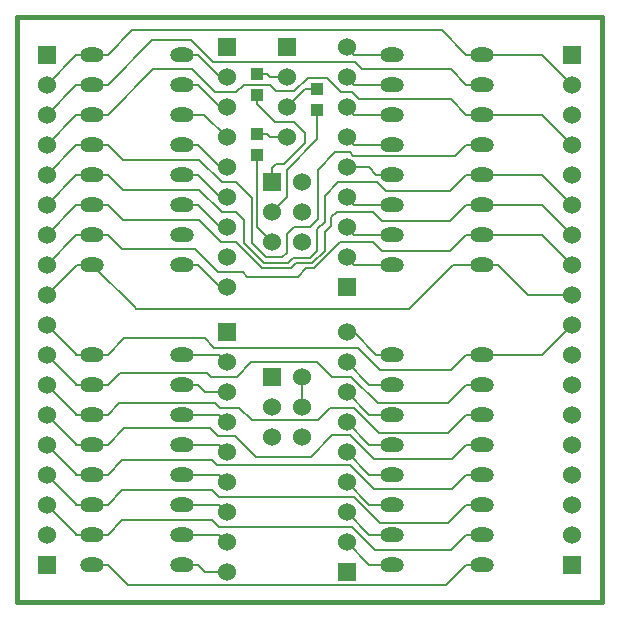
<source format=gtl>
G04 (created by PCBNEW (2013-01-23 BZR 3920)-testing) date Thu 24 Jan 2013 01:04:39 AM CET*
%MOIN*%
G04 Gerber Fmt 3.4, Leading zero omitted, Abs format*
%FSLAX34Y34*%
G01*
G70*
G90*
G04 APERTURE LIST*
%ADD10C,2.3622e-06*%
%ADD11C,0.015*%
%ADD12R,0.0433X0.0393*%
%ADD13R,0.06X0.06*%
%ADD14C,0.06*%
%ADD15O,0.08X0.05*%
%ADD16C,0.008*%
G04 APERTURE END LIST*
G54D10*
G54D11*
X76250Y-13750D02*
X76250Y-33250D01*
X56750Y-13750D02*
X76250Y-13750D01*
X56750Y-33250D02*
X76250Y-33250D01*
X56750Y-13750D02*
X56750Y-33250D01*
G54D12*
X64750Y-16334D03*
X64750Y-15666D03*
X66750Y-16834D03*
X66750Y-16166D03*
X64750Y-18334D03*
X64750Y-17666D03*
G54D13*
X65250Y-25750D03*
G54D14*
X66250Y-25750D03*
X65250Y-26750D03*
X66250Y-26750D03*
X65250Y-27750D03*
X66250Y-27750D03*
G54D13*
X65250Y-19250D03*
G54D14*
X66250Y-19250D03*
X65250Y-20250D03*
X66250Y-20250D03*
X65250Y-21250D03*
X66250Y-21250D03*
G54D15*
X59250Y-15000D03*
X59250Y-16000D03*
X59250Y-17000D03*
X59250Y-18000D03*
X59250Y-19000D03*
X59250Y-20000D03*
X59250Y-21000D03*
X59250Y-22000D03*
X62250Y-22000D03*
X62250Y-21000D03*
X62250Y-20000D03*
X62250Y-19000D03*
X62250Y-18000D03*
X62250Y-17000D03*
X62250Y-16000D03*
X62250Y-15000D03*
X72250Y-22000D03*
X72250Y-21000D03*
X72250Y-20000D03*
X72250Y-19000D03*
X72250Y-18000D03*
X72250Y-17000D03*
X72250Y-16000D03*
X72250Y-15000D03*
X69250Y-15000D03*
X69250Y-16000D03*
X69250Y-17000D03*
X69250Y-18000D03*
X69250Y-19000D03*
X69250Y-20000D03*
X69250Y-21000D03*
X69250Y-22000D03*
X72250Y-32000D03*
X72250Y-31000D03*
X72250Y-30000D03*
X72250Y-29000D03*
X72250Y-28000D03*
X72250Y-27000D03*
X72250Y-26000D03*
X72250Y-25000D03*
X69250Y-25000D03*
X69250Y-26000D03*
X69250Y-27000D03*
X69250Y-28000D03*
X69250Y-29000D03*
X69250Y-30000D03*
X69250Y-31000D03*
X69250Y-32000D03*
X59250Y-25000D03*
X59250Y-26000D03*
X59250Y-27000D03*
X59250Y-28000D03*
X59250Y-29000D03*
X59250Y-30000D03*
X59250Y-31000D03*
X59250Y-32000D03*
X62250Y-32000D03*
X62250Y-31000D03*
X62250Y-30000D03*
X62250Y-29000D03*
X62250Y-28000D03*
X62250Y-27000D03*
X62250Y-26000D03*
X62250Y-25000D03*
G54D13*
X65750Y-14750D03*
G54D14*
X65750Y-15750D03*
X65750Y-16750D03*
X65750Y-17750D03*
G54D13*
X57750Y-15000D03*
G54D14*
X57750Y-16000D03*
X57750Y-17000D03*
X57750Y-18000D03*
X57750Y-19000D03*
X57750Y-20000D03*
X57750Y-21000D03*
X57750Y-22000D03*
X57750Y-23000D03*
G54D13*
X57750Y-32000D03*
G54D14*
X57750Y-31000D03*
X57750Y-30000D03*
X57750Y-29000D03*
X57750Y-28000D03*
X57750Y-27000D03*
X57750Y-26000D03*
X57750Y-25000D03*
X57750Y-24000D03*
G54D13*
X75250Y-15000D03*
G54D14*
X75250Y-16000D03*
X75250Y-17000D03*
X75250Y-18000D03*
X75250Y-19000D03*
X75250Y-20000D03*
X75250Y-21000D03*
X75250Y-22000D03*
X75250Y-23000D03*
G54D13*
X75250Y-32000D03*
G54D14*
X75250Y-31000D03*
X75250Y-30000D03*
X75250Y-29000D03*
X75250Y-28000D03*
X75250Y-27000D03*
X75250Y-26000D03*
X75250Y-25000D03*
X75250Y-24000D03*
G54D13*
X63750Y-14750D03*
G54D14*
X63750Y-15750D03*
X63750Y-16750D03*
X63750Y-17750D03*
X63750Y-18750D03*
X63750Y-19750D03*
X63750Y-20750D03*
X63750Y-21750D03*
X63750Y-22750D03*
G54D13*
X63750Y-24250D03*
G54D14*
X63750Y-25250D03*
X63750Y-26250D03*
X63750Y-27250D03*
X63750Y-28250D03*
X63750Y-29250D03*
X63750Y-30250D03*
X63750Y-31250D03*
X63750Y-32250D03*
G54D13*
X67750Y-22750D03*
G54D14*
X67750Y-21750D03*
X67750Y-20750D03*
X67750Y-19750D03*
X67750Y-18750D03*
X67750Y-17750D03*
X67750Y-16750D03*
X67750Y-15750D03*
X67750Y-14750D03*
G54D13*
X67750Y-32250D03*
G54D14*
X67750Y-31250D03*
X67750Y-30250D03*
X67750Y-29250D03*
X67750Y-28250D03*
X67750Y-27250D03*
X67750Y-26250D03*
X67750Y-25250D03*
X67750Y-24250D03*
G54D16*
X64750Y-16653D02*
X65337Y-17240D01*
X64750Y-16334D02*
X64750Y-16653D01*
X65250Y-18780D02*
X65250Y-19250D01*
X65370Y-18660D02*
X65250Y-18780D01*
X65650Y-18660D02*
X65370Y-18660D01*
X66360Y-17950D02*
X65650Y-18660D01*
X66360Y-17610D02*
X66360Y-17950D01*
X65990Y-17240D02*
X66360Y-17610D01*
X65337Y-17240D02*
X65990Y-17240D01*
X66750Y-17832D02*
X66750Y-16834D01*
X65740Y-18842D02*
X66750Y-17832D01*
X65740Y-19760D02*
X65740Y-18842D01*
X65250Y-20250D02*
X65740Y-19760D01*
X64750Y-20750D02*
X64750Y-18653D01*
X65250Y-21250D02*
X64750Y-20750D01*
X64750Y-18334D02*
X64750Y-18653D01*
X71047Y-32680D02*
X71727Y-32000D01*
X60453Y-32680D02*
X71047Y-32680D01*
X59773Y-32000D02*
X60453Y-32680D01*
X59250Y-32000D02*
X59773Y-32000D01*
X72250Y-32000D02*
X71727Y-32000D01*
X71227Y-31500D02*
X71727Y-31000D01*
X68682Y-31500D02*
X71227Y-31500D01*
X67922Y-30740D02*
X68682Y-31500D01*
X63472Y-30740D02*
X67922Y-30740D01*
X63255Y-30523D02*
X63472Y-30740D01*
X60250Y-30523D02*
X63255Y-30523D01*
X59773Y-31000D02*
X60250Y-30523D01*
X72250Y-31000D02*
X71727Y-31000D01*
X59431Y-31000D02*
X59773Y-31000D01*
X59431Y-31000D02*
X59250Y-31000D01*
X58727Y-30977D02*
X57750Y-30000D01*
X58727Y-31000D02*
X58727Y-30977D01*
X59250Y-31000D02*
X58727Y-31000D01*
X71101Y-30626D02*
X71727Y-30000D01*
X68865Y-30626D02*
X71101Y-30626D01*
X67979Y-29740D02*
X68865Y-30626D01*
X63472Y-29740D02*
X67979Y-29740D01*
X63255Y-29523D02*
X63472Y-29740D01*
X60250Y-29523D02*
X63255Y-29523D01*
X59773Y-30000D02*
X60250Y-29523D01*
X72250Y-30000D02*
X71727Y-30000D01*
X59431Y-30000D02*
X59773Y-30000D01*
X59431Y-30000D02*
X59250Y-30000D01*
X58727Y-29977D02*
X57750Y-29000D01*
X58727Y-30000D02*
X58727Y-29977D01*
X59250Y-30000D02*
X58727Y-30000D01*
X71241Y-29486D02*
X71727Y-29000D01*
X68635Y-29486D02*
X71241Y-29486D01*
X67840Y-28691D02*
X68635Y-29486D01*
X63423Y-28691D02*
X67840Y-28691D01*
X63255Y-28523D02*
X63423Y-28691D01*
X60250Y-28523D02*
X63255Y-28523D01*
X59773Y-29000D02*
X60250Y-28523D01*
X72250Y-29000D02*
X71727Y-29000D01*
X59431Y-29000D02*
X59773Y-29000D01*
X59431Y-29000D02*
X59250Y-29000D01*
X58727Y-28977D02*
X57750Y-28000D01*
X58727Y-29000D02*
X58727Y-28977D01*
X59250Y-29000D02*
X58727Y-29000D01*
X71241Y-28486D02*
X71727Y-28000D01*
X68635Y-28486D02*
X71241Y-28486D01*
X67840Y-27691D02*
X68635Y-28486D01*
X67260Y-27691D02*
X67840Y-27691D01*
X66543Y-28408D02*
X67260Y-27691D01*
X64708Y-28408D02*
X66543Y-28408D01*
X64030Y-27730D02*
X64708Y-28408D01*
X63463Y-27730D02*
X64030Y-27730D01*
X63174Y-27441D02*
X63463Y-27730D01*
X60332Y-27441D02*
X63174Y-27441D01*
X59773Y-28000D02*
X60332Y-27441D01*
X72250Y-28000D02*
X71727Y-28000D01*
X59431Y-28000D02*
X59773Y-28000D01*
X59431Y-28000D02*
X59250Y-28000D01*
X58727Y-27977D02*
X57750Y-27000D01*
X58727Y-28000D02*
X58727Y-27977D01*
X59250Y-28000D02*
X58727Y-28000D01*
X71101Y-27626D02*
X71727Y-27000D01*
X68826Y-27626D02*
X71101Y-27626D01*
X67970Y-26770D02*
X68826Y-27626D01*
X67181Y-26770D02*
X67970Y-26770D01*
X66768Y-27183D02*
X67181Y-26770D01*
X64570Y-27183D02*
X66768Y-27183D01*
X64157Y-26770D02*
X64570Y-27183D01*
X63502Y-26770D02*
X64157Y-26770D01*
X63356Y-26624D02*
X63502Y-26770D01*
X60149Y-26624D02*
X63356Y-26624D01*
X59773Y-27000D02*
X60149Y-26624D01*
X72250Y-27000D02*
X71727Y-27000D01*
X59431Y-27000D02*
X59773Y-27000D01*
X59431Y-27000D02*
X59250Y-27000D01*
X58727Y-26977D02*
X57750Y-26000D01*
X58727Y-27000D02*
X58727Y-26977D01*
X59250Y-27000D02*
X58727Y-27000D01*
X72250Y-26000D02*
X71727Y-26000D01*
X59469Y-26000D02*
X59773Y-26000D01*
X59469Y-26000D02*
X59250Y-26000D01*
X58727Y-25977D02*
X57750Y-25000D01*
X58727Y-26000D02*
X58727Y-25977D01*
X59250Y-26000D02*
X58727Y-26000D01*
X60170Y-25603D02*
X59773Y-26000D01*
X63073Y-25603D02*
X60170Y-25603D01*
X63210Y-25740D02*
X63073Y-25603D01*
X64070Y-25740D02*
X63210Y-25740D01*
X64563Y-25247D02*
X64070Y-25740D01*
X66747Y-25247D02*
X64563Y-25247D01*
X67240Y-25740D02*
X66747Y-25247D01*
X67889Y-25740D02*
X67240Y-25740D01*
X68775Y-26626D02*
X67889Y-25740D01*
X71101Y-26626D02*
X68775Y-26626D01*
X71727Y-26000D02*
X71101Y-26626D01*
X74250Y-25000D02*
X72250Y-25000D01*
X75250Y-24000D02*
X74250Y-25000D01*
X72250Y-25000D02*
X71727Y-25000D01*
X71227Y-25500D02*
X71727Y-25000D01*
X68840Y-25500D02*
X71227Y-25500D01*
X68110Y-24770D02*
X68840Y-25500D01*
X63319Y-24770D02*
X68110Y-24770D01*
X63009Y-24460D02*
X63319Y-24770D01*
X60313Y-24460D02*
X63009Y-24460D01*
X59773Y-25000D02*
X60313Y-24460D01*
X58727Y-24977D02*
X57750Y-24000D01*
X58727Y-25000D02*
X58727Y-24977D01*
X59250Y-25000D02*
X58727Y-25000D01*
X59250Y-25000D02*
X59773Y-25000D01*
X60720Y-23470D02*
X69830Y-23470D01*
X59250Y-22000D02*
X60715Y-23465D01*
X60720Y-23470D02*
X60715Y-23465D01*
X71300Y-22000D02*
X72250Y-22000D01*
X69830Y-23470D02*
X71300Y-22000D01*
X57750Y-23000D02*
X58750Y-22000D01*
X58750Y-22000D02*
X59250Y-22000D01*
X73773Y-23000D02*
X72773Y-22000D01*
X72250Y-22000D02*
X72773Y-22000D01*
X75250Y-23000D02*
X73773Y-23000D01*
X60263Y-21490D02*
X59773Y-21000D01*
X64274Y-22250D02*
X63460Y-22250D01*
X63460Y-22250D02*
X62700Y-21490D01*
X62700Y-21490D02*
X60263Y-21490D01*
X72250Y-21000D02*
X71727Y-21000D01*
X71169Y-21558D02*
X71727Y-21000D01*
X68933Y-21558D02*
X71169Y-21558D01*
X68626Y-21251D02*
X68933Y-21558D01*
X67524Y-21251D02*
X68626Y-21251D01*
X66652Y-22123D02*
X67524Y-21251D01*
X66397Y-22123D02*
X66652Y-22123D01*
X66114Y-22406D02*
X66397Y-22123D01*
X64430Y-22406D02*
X66114Y-22406D01*
X64430Y-22406D02*
X64274Y-22250D01*
X59773Y-21000D02*
X59250Y-21000D01*
X58727Y-21023D02*
X57750Y-22000D01*
X59250Y-21000D02*
X58727Y-21000D01*
X58727Y-21000D02*
X58727Y-21023D01*
X74250Y-21000D02*
X72250Y-21000D01*
X75250Y-22000D02*
X74250Y-21000D01*
X67420Y-20240D02*
X68615Y-20240D01*
X67230Y-20700D02*
X67230Y-20430D01*
X67230Y-20430D02*
X67420Y-20240D01*
X72250Y-20000D02*
X71727Y-20000D01*
X59773Y-20000D02*
X59250Y-20000D01*
X71169Y-20558D02*
X71727Y-20000D01*
X68933Y-20558D02*
X71169Y-20558D01*
X68615Y-20240D02*
X68933Y-20558D01*
X67007Y-21537D02*
X67007Y-20923D01*
X66584Y-21960D02*
X67007Y-21537D01*
X66049Y-21960D02*
X66584Y-21960D01*
X65886Y-22123D02*
X66049Y-21960D01*
X64928Y-22123D02*
X65886Y-22123D01*
X64052Y-21247D02*
X64928Y-22123D01*
X63565Y-21247D02*
X64052Y-21247D01*
X62818Y-20500D02*
X63565Y-21247D01*
X60273Y-20500D02*
X62818Y-20500D01*
X59773Y-20000D02*
X60273Y-20500D01*
X67007Y-20923D02*
X67230Y-20700D01*
X58727Y-20023D02*
X57750Y-21000D01*
X59250Y-20000D02*
X58727Y-20000D01*
X58727Y-20000D02*
X58727Y-20023D01*
X74250Y-20000D02*
X72250Y-20000D01*
X75250Y-21000D02*
X74250Y-20000D01*
X58727Y-19023D02*
X58727Y-19000D01*
X57750Y-20000D02*
X58727Y-19023D01*
X59250Y-19000D02*
X58727Y-19000D01*
X74250Y-19000D02*
X72250Y-19000D01*
X75250Y-20000D02*
X74250Y-19000D01*
X72250Y-19000D02*
X71727Y-19000D01*
X59250Y-19000D02*
X59773Y-19000D01*
X71169Y-19558D02*
X71727Y-19000D01*
X69053Y-19558D02*
X71169Y-19558D01*
X68743Y-19248D02*
X69053Y-19558D01*
X67463Y-19248D02*
X68743Y-19248D01*
X67003Y-19708D02*
X67463Y-19248D01*
X67003Y-20572D02*
X67003Y-19708D01*
X66751Y-20824D02*
X67003Y-20572D01*
X66751Y-21562D02*
X66751Y-20824D01*
X66516Y-21797D02*
X66751Y-21562D01*
X65935Y-21797D02*
X66516Y-21797D01*
X65797Y-21935D02*
X65935Y-21797D01*
X64971Y-21935D02*
X65797Y-21935D01*
X64326Y-21290D02*
X64971Y-21935D01*
X64326Y-20523D02*
X64326Y-21290D01*
X64052Y-20249D02*
X64326Y-20523D01*
X63567Y-20249D02*
X64052Y-20249D01*
X62818Y-19500D02*
X63567Y-20249D01*
X60273Y-19500D02*
X62818Y-19500D01*
X59773Y-19000D02*
X60273Y-19500D01*
X58727Y-18023D02*
X57750Y-19000D01*
X58727Y-18000D02*
X58727Y-18023D01*
X59069Y-18000D02*
X58727Y-18000D01*
X59069Y-18000D02*
X59250Y-18000D01*
X60273Y-18500D02*
X59773Y-18000D01*
X62818Y-18500D02*
X60273Y-18500D01*
X63567Y-19249D02*
X62818Y-18500D01*
X64052Y-19249D02*
X63567Y-19249D01*
X64586Y-19783D02*
X64052Y-19249D01*
X64586Y-21298D02*
X64586Y-19783D01*
X65049Y-21761D02*
X64586Y-21298D01*
X65578Y-21761D02*
X65049Y-21761D01*
X65737Y-21602D02*
X65578Y-21761D01*
X65737Y-20991D02*
X65737Y-21602D01*
X65974Y-20754D02*
X65737Y-20991D01*
X66507Y-20754D02*
X65974Y-20754D01*
X66774Y-20487D02*
X66507Y-20754D01*
X66774Y-18840D02*
X66774Y-20487D01*
X67351Y-18263D02*
X66774Y-18840D01*
X67840Y-18263D02*
X67351Y-18263D01*
X67952Y-18375D02*
X67840Y-18263D01*
X71352Y-18375D02*
X67952Y-18375D01*
X71727Y-18000D02*
X71352Y-18375D01*
X72250Y-18000D02*
X71727Y-18000D01*
X59250Y-18000D02*
X59773Y-18000D01*
X58727Y-17023D02*
X57750Y-18000D01*
X58727Y-17000D02*
X58727Y-17023D01*
X59250Y-17000D02*
X58727Y-17000D01*
X74250Y-17000D02*
X72250Y-17000D01*
X75250Y-18000D02*
X74250Y-17000D01*
X72250Y-17000D02*
X71727Y-17000D01*
X59250Y-17000D02*
X59773Y-17000D01*
X71204Y-16477D02*
X71727Y-17000D01*
X68137Y-16477D02*
X71204Y-16477D01*
X67914Y-16254D02*
X68137Y-16477D01*
X67557Y-16254D02*
X67914Y-16254D01*
X67088Y-15785D02*
X67557Y-16254D01*
X66443Y-15785D02*
X67088Y-15785D01*
X65999Y-16229D02*
X66443Y-15785D01*
X65389Y-16229D02*
X65999Y-16229D01*
X65173Y-16013D02*
X65389Y-16229D01*
X64301Y-16013D02*
X65173Y-16013D01*
X64065Y-16249D02*
X64301Y-16013D01*
X63349Y-16249D02*
X64065Y-16249D01*
X62595Y-15495D02*
X63349Y-16249D01*
X61278Y-15495D02*
X62595Y-15495D01*
X59773Y-17000D02*
X61278Y-15495D01*
X72250Y-16000D02*
X71727Y-16000D01*
X61256Y-14517D02*
X59773Y-16000D01*
X62562Y-14517D02*
X61256Y-14517D01*
X63299Y-15254D02*
X62562Y-14517D01*
X68029Y-15254D02*
X63299Y-15254D01*
X68249Y-15474D02*
X68029Y-15254D01*
X71201Y-15474D02*
X68249Y-15474D01*
X71727Y-16000D02*
X71201Y-15474D01*
X58727Y-16023D02*
X57750Y-17000D01*
X58727Y-16000D02*
X58727Y-16023D01*
X59250Y-16000D02*
X58727Y-16000D01*
X59250Y-16000D02*
X59773Y-16000D01*
X58727Y-15023D02*
X57750Y-16000D01*
X58727Y-15000D02*
X58727Y-15023D01*
X59250Y-15000D02*
X58727Y-15000D01*
X74250Y-15000D02*
X75250Y-16000D01*
X72250Y-15000D02*
X74250Y-15000D01*
X60586Y-14187D02*
X59773Y-15000D01*
X70914Y-14187D02*
X60586Y-14187D01*
X71727Y-15000D02*
X70914Y-14187D01*
X72250Y-15000D02*
X71727Y-15000D01*
X59250Y-15000D02*
X59773Y-15000D01*
X63523Y-15750D02*
X63750Y-15750D01*
X62773Y-15000D02*
X63523Y-15750D01*
X62250Y-15000D02*
X62773Y-15000D01*
X63500Y-29000D02*
X63750Y-29250D01*
X62250Y-29000D02*
X63500Y-29000D01*
X66334Y-16166D02*
X66750Y-16166D01*
X65750Y-16750D02*
X66334Y-16166D01*
X63023Y-32250D02*
X63750Y-32250D01*
X62773Y-32000D02*
X63023Y-32250D01*
X62250Y-32000D02*
X62773Y-32000D01*
X63500Y-31000D02*
X63750Y-31250D01*
X62250Y-31000D02*
X63500Y-31000D01*
X63500Y-30000D02*
X63750Y-30250D01*
X62250Y-30000D02*
X63500Y-30000D01*
X63500Y-28000D02*
X63750Y-28250D01*
X62250Y-28000D02*
X63500Y-28000D01*
X63500Y-27000D02*
X63750Y-27250D01*
X62250Y-27000D02*
X63500Y-27000D01*
X62250Y-26000D02*
X62773Y-26000D01*
X63023Y-26250D02*
X63750Y-26250D01*
X62773Y-26000D02*
X63023Y-26250D01*
X63500Y-25000D02*
X63750Y-25250D01*
X62250Y-25000D02*
X63500Y-25000D01*
X63523Y-19750D02*
X63750Y-19750D01*
X62773Y-19000D02*
X63523Y-19750D01*
X62250Y-19000D02*
X62773Y-19000D01*
X62250Y-17000D02*
X62773Y-17000D01*
X63000Y-17000D02*
X62773Y-17000D01*
X63750Y-17750D02*
X63000Y-17000D01*
X68000Y-16000D02*
X67750Y-15750D01*
X69250Y-16000D02*
X68000Y-16000D01*
X68000Y-18000D02*
X67750Y-17750D01*
X69250Y-18000D02*
X68000Y-18000D01*
X68477Y-18750D02*
X67750Y-18750D01*
X68727Y-19000D02*
X68477Y-18750D01*
X69250Y-19000D02*
X68727Y-19000D01*
X68000Y-20000D02*
X67750Y-19750D01*
X69250Y-20000D02*
X68000Y-20000D01*
X68000Y-21000D02*
X67750Y-20750D01*
X69250Y-21000D02*
X68000Y-21000D01*
X68000Y-22000D02*
X67750Y-21750D01*
X69250Y-22000D02*
X68000Y-22000D01*
X67977Y-24250D02*
X67750Y-24250D01*
X68727Y-25000D02*
X67977Y-24250D01*
X69250Y-25000D02*
X68727Y-25000D01*
X68500Y-27000D02*
X67750Y-26250D01*
X69250Y-27000D02*
X68500Y-27000D01*
X68500Y-29000D02*
X67750Y-28250D01*
X69250Y-29000D02*
X68500Y-29000D01*
X68500Y-31000D02*
X67750Y-30250D01*
X69250Y-31000D02*
X68500Y-31000D01*
X68000Y-17000D02*
X67750Y-16750D01*
X69250Y-17000D02*
X68000Y-17000D01*
X65173Y-17750D02*
X65089Y-17666D01*
X65750Y-17750D02*
X65173Y-17750D01*
X64750Y-17666D02*
X65089Y-17666D01*
X65173Y-15750D02*
X65089Y-15666D01*
X65750Y-15750D02*
X65173Y-15750D01*
X64750Y-15666D02*
X65089Y-15666D01*
X63523Y-16750D02*
X63750Y-16750D01*
X62773Y-16000D02*
X63523Y-16750D01*
X62250Y-16000D02*
X62773Y-16000D01*
X63523Y-18750D02*
X63750Y-18750D01*
X62773Y-18000D02*
X63523Y-18750D01*
X62250Y-18000D02*
X62773Y-18000D01*
X63523Y-20750D02*
X63750Y-20750D01*
X62773Y-20000D02*
X63523Y-20750D01*
X62250Y-20000D02*
X62773Y-20000D01*
X63523Y-22750D02*
X63750Y-22750D01*
X62773Y-22000D02*
X63523Y-22750D01*
X62250Y-22000D02*
X62773Y-22000D01*
X68500Y-32000D02*
X67750Y-31250D01*
X69250Y-32000D02*
X68500Y-32000D01*
X68000Y-15000D02*
X67750Y-14750D01*
X69250Y-15000D02*
X68000Y-15000D01*
X68500Y-30000D02*
X67750Y-29250D01*
X69250Y-30000D02*
X68500Y-30000D01*
X68500Y-28000D02*
X67750Y-27250D01*
X69250Y-28000D02*
X68500Y-28000D01*
X68500Y-26000D02*
X67750Y-25250D01*
X69250Y-26000D02*
X68500Y-26000D01*
X66250Y-25750D02*
X66250Y-26750D01*
M02*

</source>
